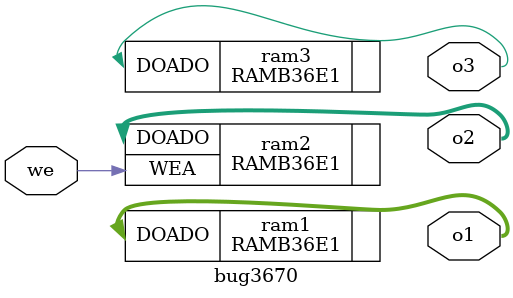
<source format=v>
module bug3670(input we, output [31:0] o1, o2, output o3);
    // Completely missing port connections, where first affected port
    // (ADDRARDADDR) has a $setup delay
    RAMB36E1 ram1(.DOADO(o1));

    // Under-specified input port connections (WEA is 4 bits) which
    // has a $setup delay
    RAMB36E1 ram2(.WEA(we), .DOADO(o2));

    // Under-specified output port connections (DOADO is 32 bits)
    // with clk-to-q delay
    RAMB36E1 ram3(.DOADO(o3));
endmodule

</source>
